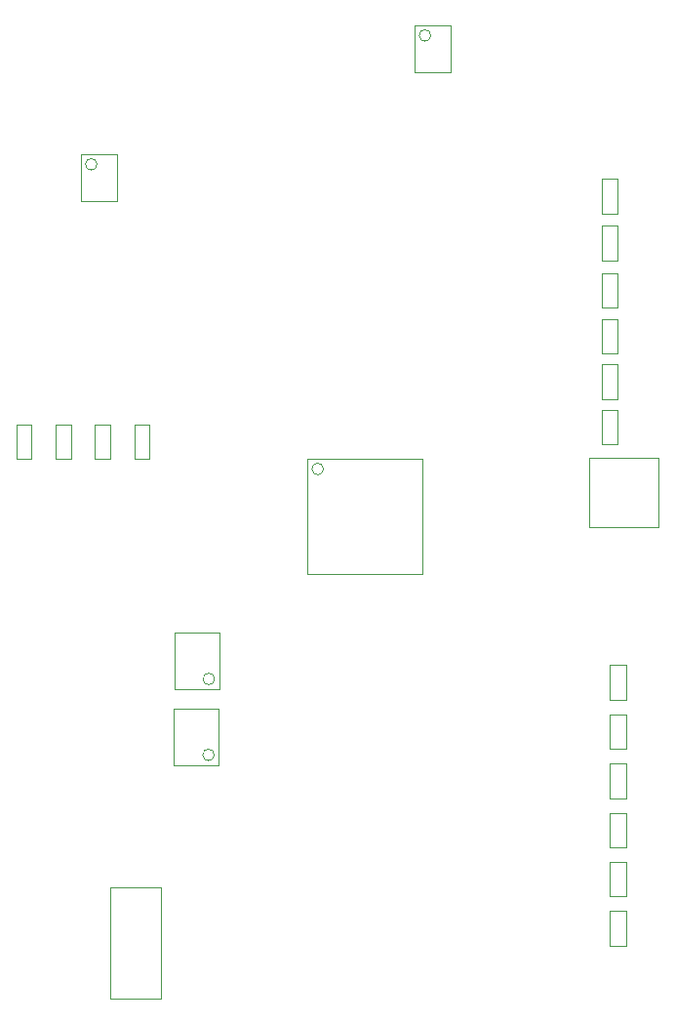
<source format=gbr>
%TF.GenerationSoftware,Altium Limited,Altium Designer,19.1.8 (144)*%
G04 Layer_Color=16711935*
%FSLAX45Y45*%
%MOMM*%
%TF.FileFunction,Other,Mechanical_13*%
%TF.Part,Single*%
G01*
G75*
%TA.AperFunction,NonConductor*%
%ADD75C,0.10000*%
D75*
X1467443Y8397441D02*
G03*
X1467443Y8397441I-50000J0D01*
G01*
X4364629Y9515163D02*
G03*
X4364629Y9515163I-50000J0D01*
G01*
X3432500Y5755000D02*
G03*
X3432500Y5755000I-50000J0D01*
G01*
X2487500Y3933000D02*
G03*
X2487500Y3933000I-50000J0D01*
G01*
X2485000Y3275000D02*
G03*
X2485000Y3275000I-50000J0D01*
G01*
X1637443Y8077441D02*
Y8487441D01*
X1327443D02*
X1637443D01*
X1327443Y8077441D02*
X1637443D01*
X1327443D02*
Y8487441D01*
X4224629Y9195163D02*
X4534629D01*
X4224629Y9605163D02*
X4534629D01*
Y9195163D02*
Y9605163D01*
X4224629Y9195163D02*
Y9605163D01*
X770000Y5843993D02*
Y6135993D01*
X900000Y5843993D02*
Y6135993D01*
X770000D02*
X900000D01*
X770000Y5843993D02*
X900000D01*
X1110279Y5843709D02*
Y6135709D01*
X1240279Y5843709D02*
Y6135709D01*
X1110279D02*
X1240279D01*
X1110279Y5843709D02*
X1240279D01*
X1450000Y5843993D02*
Y6135993D01*
X1580000Y5843993D02*
Y6135993D01*
X1450000D02*
X1580000D01*
X1450000Y5843993D02*
X1580000D01*
X1790000D02*
Y6135993D01*
X1920000Y5843993D02*
Y6135993D01*
X1790000D02*
X1920000D01*
X1790000Y5843993D02*
X1920000D01*
X5847500Y6757500D02*
Y7057500D01*
X5987500Y6757500D02*
Y7057500D01*
X5847500D02*
X5987500D01*
X5847500Y6757500D02*
X5987500D01*
X5847500Y7151999D02*
Y7451999D01*
X5987500Y7151999D02*
Y7451999D01*
X5847500D02*
X5987500D01*
X5847500Y7151999D02*
X5987500D01*
X5847500Y5967500D02*
Y6267500D01*
X5987500Y5967500D02*
Y6267500D01*
X5847500D02*
X5987500D01*
X5847500Y5967500D02*
X5987500D01*
X5847500Y6363000D02*
Y6663000D01*
X5987500Y6363000D02*
Y6663000D01*
X5847500D02*
X5987500D01*
X5847500Y6363000D02*
X5987500D01*
X5847500Y7564500D02*
Y7864500D01*
X5987500Y7564500D02*
Y7864500D01*
X5847500D02*
X5987500D01*
X5847500Y7564500D02*
X5987500D01*
X5847500Y7971500D02*
Y8271500D01*
X5987500Y7971500D02*
Y8271500D01*
X5847500D02*
X5987500D01*
X5847500Y7971500D02*
X5987500D01*
X2025000Y1157500D02*
Y2127500D01*
X1585000Y1157500D02*
X2025000D01*
X1585000D02*
Y2127500D01*
X2025000D01*
X5743000Y5253000D02*
X6342000D01*
Y5852000D01*
X5743000D02*
X6342000D01*
X5743000Y5253000D02*
Y5852000D01*
X3292500Y4845000D02*
Y5845000D01*
X4292500Y4845000D02*
Y5845000D01*
X3292500D02*
X4292500D01*
X3292500Y4845000D02*
X4292500D01*
X5920001Y1620500D02*
Y1920500D01*
X6060001Y1620500D02*
Y1920500D01*
X5920001D02*
X6060001D01*
X5920001Y1620500D02*
X6060001D01*
X5920001Y2047000D02*
Y2347000D01*
X6060001Y2047000D02*
Y2347000D01*
X5920001D02*
X6060001D01*
X5920001Y2047000D02*
X6060001D01*
X5920000Y3326501D02*
Y3626500D01*
X6060000Y3326501D02*
Y3626500D01*
X5920000D02*
X6060000D01*
X5920000Y3326501D02*
X6060000D01*
X5920000Y3753000D02*
Y4053000D01*
X6060000Y3753000D02*
Y4053000D01*
X5920000D02*
X6060000D01*
X5920000Y3753000D02*
X6060000D01*
X5920000Y2473500D02*
Y2773500D01*
X6060000Y2473500D02*
Y2773500D01*
X5920000D02*
X6060000D01*
X5920000Y2473500D02*
X6060000D01*
X5920000Y2900000D02*
Y3200000D01*
X6060000Y2900000D02*
Y3200000D01*
X5920000D02*
X6060000D01*
X5920000Y2900000D02*
X6060000D01*
X2527500Y3843000D02*
Y4333000D01*
X2137500Y3843000D02*
Y4333000D01*
Y3843000D02*
X2527500D01*
X2137500Y4333000D02*
X2527500D01*
X2525000Y3185000D02*
Y3675000D01*
X2135000Y3185000D02*
Y3675000D01*
Y3185000D02*
X2525000D01*
X2135000Y3675000D02*
X2525000D01*
%TF.MD5,77d7765833dac97655ffb9f8f2b46451*%
M02*

</source>
